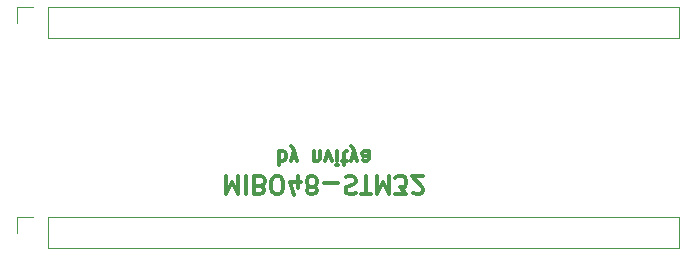
<source format=gbo>
G04 #@! TF.GenerationSoftware,KiCad,Pcbnew,(5.0.0)*
G04 #@! TF.CreationDate,2018-10-21T19:09:07+02:00*
G04 #@! TF.ProjectId,mibo48_stm32,6D69626F34385F73746D33322E6B6963,rev?*
G04 #@! TF.SameCoordinates,PX7a53eb0PY5ad6650*
G04 #@! TF.FileFunction,Legend,Bot*
G04 #@! TF.FilePolarity,Positive*
%FSLAX46Y46*%
G04 Gerber Fmt 4.6, Leading zero omitted, Abs format (unit mm)*
G04 Created by KiCad (PCBNEW (5.0.0)) date 10/21/18 19:09:07*
%MOMM*%
%LPD*%
G01*
G04 APERTURE LIST*
%ADD10C,0.300000*%
%ADD11C,0.120000*%
G04 APERTURE END LIST*
D10*
X22108000Y-12157142D02*
X22108000Y-13357142D01*
X22108000Y-12900000D02*
X22222285Y-12957142D01*
X22450857Y-12957142D01*
X22565142Y-12900000D01*
X22622285Y-12842857D01*
X22679428Y-12728571D01*
X22679428Y-12385714D01*
X22622285Y-12271428D01*
X22565142Y-12214285D01*
X22450857Y-12157142D01*
X22222285Y-12157142D01*
X22108000Y-12214285D01*
X23079428Y-12957142D02*
X23365142Y-12157142D01*
X23650857Y-12957142D02*
X23365142Y-12157142D01*
X23250857Y-11871428D01*
X23193714Y-11814285D01*
X23079428Y-11757142D01*
X25022285Y-12957142D02*
X25022285Y-12157142D01*
X25022285Y-12842857D02*
X25079428Y-12900000D01*
X25193714Y-12957142D01*
X25365142Y-12957142D01*
X25479428Y-12900000D01*
X25536571Y-12785714D01*
X25536571Y-12157142D01*
X25993714Y-12957142D02*
X26279428Y-12157142D01*
X26565142Y-12957142D01*
X27022285Y-12157142D02*
X27022285Y-12957142D01*
X27022285Y-13357142D02*
X26965142Y-13300000D01*
X27022285Y-13242857D01*
X27079428Y-13300000D01*
X27022285Y-13357142D01*
X27022285Y-13242857D01*
X27422285Y-12957142D02*
X27879428Y-12957142D01*
X27593714Y-13357142D02*
X27593714Y-12328571D01*
X27650857Y-12214285D01*
X27765142Y-12157142D01*
X27879428Y-12157142D01*
X28165142Y-12957142D02*
X28450857Y-12157142D01*
X28736571Y-12957142D02*
X28450857Y-12157142D01*
X28336571Y-11871428D01*
X28279428Y-11814285D01*
X28165142Y-11757142D01*
X29708000Y-12157142D02*
X29708000Y-12785714D01*
X29650857Y-12900000D01*
X29536571Y-12957142D01*
X29308000Y-12957142D01*
X29193714Y-12900000D01*
X29708000Y-12214285D02*
X29593714Y-12157142D01*
X29308000Y-12157142D01*
X29193714Y-12214285D01*
X29136571Y-12328571D01*
X29136571Y-12442857D01*
X29193714Y-12557142D01*
X29308000Y-12614285D01*
X29593714Y-12614285D01*
X29708000Y-12671428D01*
X17586571Y-14307428D02*
X17586571Y-15807428D01*
X18086571Y-14736000D01*
X18586571Y-15807428D01*
X18586571Y-14307428D01*
X19300857Y-14307428D02*
X19300857Y-15807428D01*
X20515142Y-15093142D02*
X20729428Y-15021714D01*
X20800857Y-14950285D01*
X20872285Y-14807428D01*
X20872285Y-14593142D01*
X20800857Y-14450285D01*
X20729428Y-14378857D01*
X20586571Y-14307428D01*
X20015142Y-14307428D01*
X20015142Y-15807428D01*
X20515142Y-15807428D01*
X20658000Y-15736000D01*
X20729428Y-15664571D01*
X20800857Y-15521714D01*
X20800857Y-15378857D01*
X20729428Y-15236000D01*
X20658000Y-15164571D01*
X20515142Y-15093142D01*
X20015142Y-15093142D01*
X21800857Y-15807428D02*
X22086571Y-15807428D01*
X22229428Y-15736000D01*
X22372285Y-15593142D01*
X22443714Y-15307428D01*
X22443714Y-14807428D01*
X22372285Y-14521714D01*
X22229428Y-14378857D01*
X22086571Y-14307428D01*
X21800857Y-14307428D01*
X21658000Y-14378857D01*
X21515142Y-14521714D01*
X21443714Y-14807428D01*
X21443714Y-15307428D01*
X21515142Y-15593142D01*
X21658000Y-15736000D01*
X21800857Y-15807428D01*
X23729428Y-15307428D02*
X23729428Y-14307428D01*
X23372285Y-15878857D02*
X23015142Y-14807428D01*
X23943714Y-14807428D01*
X24729428Y-15164571D02*
X24586571Y-15236000D01*
X24515142Y-15307428D01*
X24443714Y-15450285D01*
X24443714Y-15521714D01*
X24515142Y-15664571D01*
X24586571Y-15736000D01*
X24729428Y-15807428D01*
X25015142Y-15807428D01*
X25158000Y-15736000D01*
X25229428Y-15664571D01*
X25300857Y-15521714D01*
X25300857Y-15450285D01*
X25229428Y-15307428D01*
X25158000Y-15236000D01*
X25015142Y-15164571D01*
X24729428Y-15164571D01*
X24586571Y-15093142D01*
X24515142Y-15021714D01*
X24443714Y-14878857D01*
X24443714Y-14593142D01*
X24515142Y-14450285D01*
X24586571Y-14378857D01*
X24729428Y-14307428D01*
X25015142Y-14307428D01*
X25158000Y-14378857D01*
X25229428Y-14450285D01*
X25300857Y-14593142D01*
X25300857Y-14878857D01*
X25229428Y-15021714D01*
X25158000Y-15093142D01*
X25015142Y-15164571D01*
X25943714Y-14878857D02*
X27086571Y-14878857D01*
X27729428Y-14378857D02*
X27943714Y-14307428D01*
X28300857Y-14307428D01*
X28443714Y-14378857D01*
X28515142Y-14450285D01*
X28586571Y-14593142D01*
X28586571Y-14736000D01*
X28515142Y-14878857D01*
X28443714Y-14950285D01*
X28300857Y-15021714D01*
X28015142Y-15093142D01*
X27872285Y-15164571D01*
X27800857Y-15236000D01*
X27729428Y-15378857D01*
X27729428Y-15521714D01*
X27800857Y-15664571D01*
X27872285Y-15736000D01*
X28015142Y-15807428D01*
X28372285Y-15807428D01*
X28586571Y-15736000D01*
X29015142Y-15807428D02*
X29872285Y-15807428D01*
X29443714Y-14307428D02*
X29443714Y-15807428D01*
X30372285Y-14307428D02*
X30372285Y-15807428D01*
X30872285Y-14736000D01*
X31372285Y-15807428D01*
X31372285Y-14307428D01*
X31943714Y-15807428D02*
X32872285Y-15807428D01*
X32372285Y-15236000D01*
X32586571Y-15236000D01*
X32729428Y-15164571D01*
X32800857Y-15093142D01*
X32872285Y-14950285D01*
X32872285Y-14593142D01*
X32800857Y-14450285D01*
X32729428Y-14378857D01*
X32586571Y-14307428D01*
X32158000Y-14307428D01*
X32015142Y-14378857D01*
X31943714Y-14450285D01*
X33443714Y-15664571D02*
X33515142Y-15736000D01*
X33658000Y-15807428D01*
X34015142Y-15807428D01*
X34158000Y-15736000D01*
X34229428Y-15664571D01*
X34300857Y-15521714D01*
X34300857Y-15378857D01*
X34229428Y-15164571D01*
X33372285Y-14307428D01*
X34300857Y-14307428D01*
D11*
G04 #@! TO.C,J2*
X55940000Y-17720000D02*
X55940000Y-20380000D01*
X2540000Y-17720000D02*
X55940000Y-17720000D01*
X2540000Y-20380000D02*
X55940000Y-20380000D01*
X2540000Y-17720000D02*
X2540000Y-20380000D01*
X1270000Y-17720000D02*
X-60000Y-17720000D01*
X-60000Y-17720000D02*
X-60000Y-19050000D01*
G04 #@! TO.C,J3*
X-60000Y60000D02*
X-60000Y-1270000D01*
X1270000Y60000D02*
X-60000Y60000D01*
X2540000Y60000D02*
X2540000Y-2600000D01*
X2540000Y-2600000D02*
X55940000Y-2600000D01*
X2540000Y60000D02*
X55940000Y60000D01*
X55940000Y60000D02*
X55940000Y-2600000D01*
G04 #@! TD*
M02*

</source>
